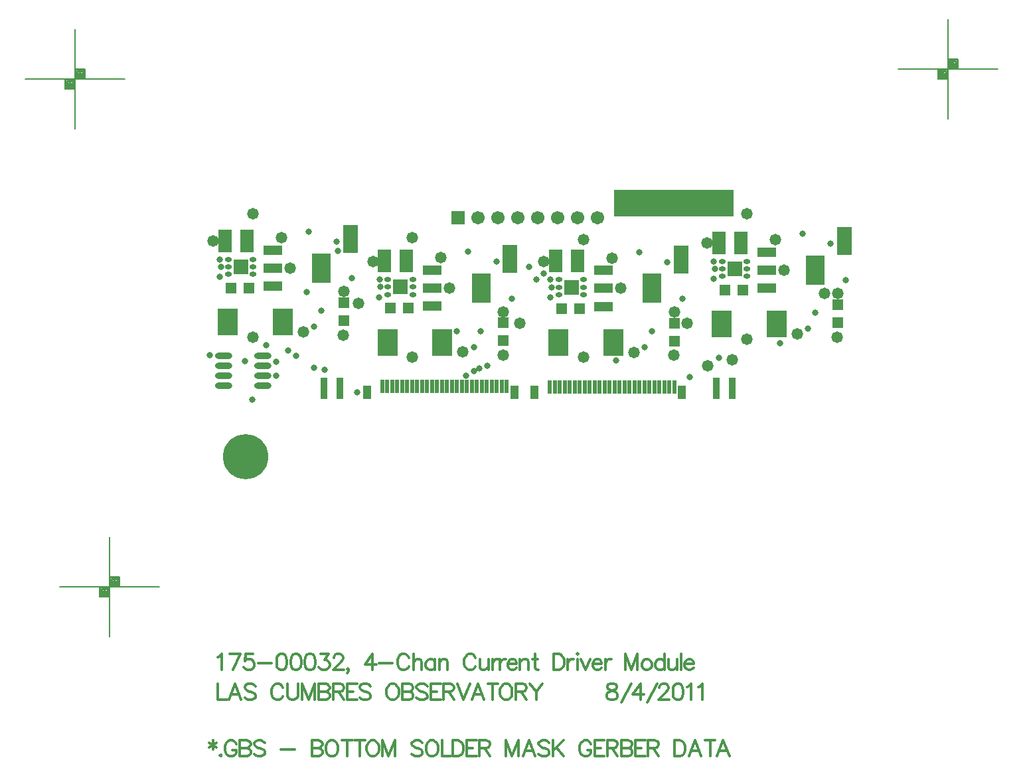
<source format=gbs>
%FSLAX23Y23*%
%MOIN*%
G70*
G01*
G75*
G04 Layer_Color=16711935*
%ADD10R,0.014X0.060*%
%ADD11R,0.030X0.100*%
%ADD12R,0.031X0.060*%
%ADD13R,0.070X0.135*%
%ADD14R,0.050X0.050*%
%ADD15R,0.036X0.036*%
%ADD16R,0.028X0.036*%
%ADD17R,0.078X0.048*%
%ADD18R,0.050X0.050*%
%ADD19R,0.213X0.114*%
%ADD20R,0.039X0.063*%
%ADD21C,0.005*%
%ADD22C,0.010*%
%ADD23C,0.020*%
%ADD24C,0.025*%
%ADD25C,0.050*%
%ADD26C,0.100*%
%ADD27C,0.012*%
%ADD28C,0.008*%
%ADD29C,0.012*%
%ADD30C,0.012*%
%ADD31C,0.020*%
%ADD32C,0.059*%
%ADD33R,0.059X0.059*%
%ADD34C,0.219*%
%ADD35C,0.028*%
%ADD36C,0.024*%
%ADD37C,0.050*%
%ADD38C,0.040*%
%ADD39C,0.075*%
%ADD40C,0.206*%
G04:AMPARAMS|DCode=41|XSize=73mil|YSize=73mil|CornerRadius=0mil|HoleSize=0mil|Usage=FLASHONLY|Rotation=0.000|XOffset=0mil|YOffset=0mil|HoleType=Round|Shape=Relief|Width=10mil|Gap=10mil|Entries=4|*
%AMTHD41*
7,0,0,0.073,0.053,0.010,45*
%
%ADD41THD41*%
G04:AMPARAMS|DCode=42|XSize=70mil|YSize=70mil|CornerRadius=0mil|HoleSize=0mil|Usage=FLASHONLY|Rotation=0.000|XOffset=0mil|YOffset=0mil|HoleType=Round|Shape=Relief|Width=10mil|Gap=10mil|Entries=4|*
%AMTHD42*
7,0,0,0.070,0.050,0.010,45*
%
%ADD42THD42*%
G04:AMPARAMS|DCode=43|XSize=88mil|YSize=88mil|CornerRadius=0mil|HoleSize=0mil|Usage=FLASHONLY|Rotation=0.000|XOffset=0mil|YOffset=0mil|HoleType=Round|Shape=Relief|Width=10mil|Gap=10mil|Entries=4|*
%AMTHD43*
7,0,0,0.088,0.068,0.010,45*
%
%ADD43THD43*%
%ADD44C,0.068*%
%ADD45C,0.053*%
%ADD46O,0.079X0.024*%
%ADD47R,0.063X0.106*%
%ADD48R,0.094X0.130*%
%ADD49R,0.085X0.043*%
%ADD50R,0.085X0.043*%
%ADD51R,0.085X0.138*%
%ADD52R,0.067X0.067*%
%ADD53O,0.028X0.018*%
%ADD54C,0.010*%
%ADD55C,0.006*%
%ADD56C,0.007*%
%ADD57C,0.007*%
%ADD58R,0.320X0.160*%
%ADD59R,0.022X0.068*%
%ADD60R,0.038X0.108*%
%ADD61R,0.039X0.068*%
%ADD62R,0.078X0.143*%
%ADD63R,0.058X0.058*%
%ADD64R,0.044X0.044*%
%ADD65R,0.036X0.044*%
%ADD66R,0.086X0.056*%
%ADD67R,0.058X0.058*%
%ADD68R,0.221X0.122*%
%ADD69R,0.047X0.071*%
%ADD70C,0.067*%
%ADD71R,0.067X0.067*%
%ADD72C,0.227*%
%ADD73C,0.036*%
%ADD74C,0.032*%
%ADD75C,0.058*%
%ADD76R,0.601X0.137*%
%ADD77O,0.087X0.032*%
%ADD78R,0.071X0.114*%
%ADD79R,0.102X0.138*%
%ADD80R,0.093X0.051*%
%ADD81R,0.093X0.051*%
%ADD82R,0.093X0.146*%
%ADD83R,0.075X0.075*%
%ADD84O,0.036X0.026*%
D27*
X31132Y16826D02*
Y16781D01*
X31113Y16815D02*
X31151Y16792D01*
Y16815D02*
X31113Y16792D01*
X31172Y16754D02*
X31168Y16750D01*
X31172Y16746D01*
X31175Y16750D01*
X31172Y16754D01*
X31250Y16807D02*
X31246Y16815D01*
X31239Y16822D01*
X31231Y16826D01*
X31216D01*
X31208Y16822D01*
X31200Y16815D01*
X31197Y16807D01*
X31193Y16796D01*
Y16777D01*
X31197Y16765D01*
X31200Y16758D01*
X31208Y16750D01*
X31216Y16746D01*
X31231D01*
X31239Y16750D01*
X31246Y16758D01*
X31250Y16765D01*
Y16777D01*
X31231D02*
X31250D01*
X31268Y16826D02*
Y16746D01*
Y16826D02*
X31303D01*
X31314Y16822D01*
X31318Y16819D01*
X31322Y16811D01*
Y16803D01*
X31318Y16796D01*
X31314Y16792D01*
X31303Y16788D01*
X31268D02*
X31303D01*
X31314Y16784D01*
X31318Y16781D01*
X31322Y16773D01*
Y16762D01*
X31318Y16754D01*
X31314Y16750D01*
X31303Y16746D01*
X31268D01*
X31393Y16815D02*
X31385Y16822D01*
X31374Y16826D01*
X31359D01*
X31347Y16822D01*
X31339Y16815D01*
Y16807D01*
X31343Y16800D01*
X31347Y16796D01*
X31355Y16792D01*
X31378Y16784D01*
X31385Y16781D01*
X31389Y16777D01*
X31393Y16769D01*
Y16758D01*
X31385Y16750D01*
X31374Y16746D01*
X31359D01*
X31347Y16750D01*
X31339Y16758D01*
X31474Y16781D02*
X31542D01*
X31629Y16826D02*
Y16746D01*
Y16826D02*
X31663D01*
X31674Y16822D01*
X31678Y16819D01*
X31682Y16811D01*
Y16803D01*
X31678Y16796D01*
X31674Y16792D01*
X31663Y16788D01*
X31629D02*
X31663D01*
X31674Y16784D01*
X31678Y16781D01*
X31682Y16773D01*
Y16762D01*
X31678Y16754D01*
X31674Y16750D01*
X31663Y16746D01*
X31629D01*
X31723Y16826D02*
X31715Y16822D01*
X31707Y16815D01*
X31704Y16807D01*
X31700Y16796D01*
Y16777D01*
X31704Y16765D01*
X31707Y16758D01*
X31715Y16750D01*
X31723Y16746D01*
X31738D01*
X31746Y16750D01*
X31753Y16758D01*
X31757Y16765D01*
X31761Y16777D01*
Y16796D01*
X31757Y16807D01*
X31753Y16815D01*
X31746Y16822D01*
X31738Y16826D01*
X31723D01*
X31806D02*
Y16746D01*
X31779Y16826D02*
X31833D01*
X31869D02*
Y16746D01*
X31842Y16826D02*
X31896D01*
X31928D02*
X31920Y16822D01*
X31913Y16815D01*
X31909Y16807D01*
X31905Y16796D01*
Y16777D01*
X31909Y16765D01*
X31913Y16758D01*
X31920Y16750D01*
X31928Y16746D01*
X31943D01*
X31951Y16750D01*
X31958Y16758D01*
X31962Y16765D01*
X31966Y16777D01*
Y16796D01*
X31962Y16807D01*
X31958Y16815D01*
X31951Y16822D01*
X31943Y16826D01*
X31928D01*
X31985D02*
Y16746D01*
Y16826D02*
X32015Y16746D01*
X32046Y16826D02*
X32015Y16746D01*
X32046Y16826D02*
Y16746D01*
X32185Y16815D02*
X32177Y16822D01*
X32166Y16826D01*
X32150D01*
X32139Y16822D01*
X32131Y16815D01*
Y16807D01*
X32135Y16800D01*
X32139Y16796D01*
X32147Y16792D01*
X32169Y16784D01*
X32177Y16781D01*
X32181Y16777D01*
X32185Y16769D01*
Y16758D01*
X32177Y16750D01*
X32166Y16746D01*
X32150D01*
X32139Y16750D01*
X32131Y16758D01*
X32225Y16826D02*
X32218Y16822D01*
X32210Y16815D01*
X32206Y16807D01*
X32203Y16796D01*
Y16777D01*
X32206Y16765D01*
X32210Y16758D01*
X32218Y16750D01*
X32225Y16746D01*
X32241D01*
X32248Y16750D01*
X32256Y16758D01*
X32260Y16765D01*
X32263Y16777D01*
Y16796D01*
X32260Y16807D01*
X32256Y16815D01*
X32248Y16822D01*
X32241Y16826D01*
X32225D01*
X32282D02*
Y16746D01*
X32328D01*
X32337Y16826D02*
Y16746D01*
Y16826D02*
X32363D01*
X32375Y16822D01*
X32382Y16815D01*
X32386Y16807D01*
X32390Y16796D01*
Y16777D01*
X32386Y16765D01*
X32382Y16758D01*
X32375Y16750D01*
X32363Y16746D01*
X32337D01*
X32457Y16826D02*
X32408D01*
Y16746D01*
X32457D01*
X32408Y16788D02*
X32438D01*
X32471Y16826D02*
Y16746D01*
Y16826D02*
X32505D01*
X32516Y16822D01*
X32520Y16819D01*
X32524Y16811D01*
Y16803D01*
X32520Y16796D01*
X32516Y16792D01*
X32505Y16788D01*
X32471D01*
X32497D02*
X32524Y16746D01*
X32605Y16826D02*
Y16746D01*
Y16826D02*
X32635Y16746D01*
X32666Y16826D02*
X32635Y16746D01*
X32666Y16826D02*
Y16746D01*
X32749D02*
X32719Y16826D01*
X32689Y16746D01*
X32700Y16773D02*
X32738D01*
X32821Y16815D02*
X32814Y16822D01*
X32802Y16826D01*
X32787D01*
X32776Y16822D01*
X32768Y16815D01*
Y16807D01*
X32772Y16800D01*
X32776Y16796D01*
X32783Y16792D01*
X32806Y16784D01*
X32814Y16781D01*
X32818Y16777D01*
X32821Y16769D01*
Y16758D01*
X32814Y16750D01*
X32802Y16746D01*
X32787D01*
X32776Y16750D01*
X32768Y16758D01*
X32839Y16826D02*
Y16746D01*
X32893Y16826D02*
X32839Y16773D01*
X32858Y16792D02*
X32893Y16746D01*
X33031Y16807D02*
X33027Y16815D01*
X33019Y16822D01*
X33012Y16826D01*
X32996D01*
X32989Y16822D01*
X32981Y16815D01*
X32977Y16807D01*
X32973Y16796D01*
Y16777D01*
X32977Y16765D01*
X32981Y16758D01*
X32989Y16750D01*
X32996Y16746D01*
X33012D01*
X33019Y16750D01*
X33027Y16758D01*
X33031Y16765D01*
Y16777D01*
X33012D02*
X33031D01*
X33098Y16826D02*
X33049D01*
Y16746D01*
X33098D01*
X33049Y16788D02*
X33079D01*
X33112Y16826D02*
Y16746D01*
Y16826D02*
X33146D01*
X33157Y16822D01*
X33161Y16819D01*
X33165Y16811D01*
Y16803D01*
X33161Y16796D01*
X33157Y16792D01*
X33146Y16788D01*
X33112D01*
X33138D02*
X33165Y16746D01*
X33183Y16826D02*
Y16746D01*
Y16826D02*
X33217D01*
X33229Y16822D01*
X33232Y16819D01*
X33236Y16811D01*
Y16803D01*
X33232Y16796D01*
X33229Y16792D01*
X33217Y16788D01*
X33183D02*
X33217D01*
X33229Y16784D01*
X33232Y16781D01*
X33236Y16773D01*
Y16762D01*
X33232Y16754D01*
X33229Y16750D01*
X33217Y16746D01*
X33183D01*
X33304Y16826D02*
X33254D01*
Y16746D01*
X33304D01*
X33254Y16788D02*
X33285D01*
X33317Y16826D02*
Y16746D01*
Y16826D02*
X33351D01*
X33363Y16822D01*
X33366Y16819D01*
X33370Y16811D01*
Y16803D01*
X33366Y16796D01*
X33363Y16792D01*
X33351Y16788D01*
X33317D01*
X33344D02*
X33370Y16746D01*
X33451Y16826D02*
Y16746D01*
Y16826D02*
X33478D01*
X33489Y16822D01*
X33497Y16815D01*
X33501Y16807D01*
X33504Y16796D01*
Y16777D01*
X33501Y16765D01*
X33497Y16758D01*
X33489Y16750D01*
X33478Y16746D01*
X33451D01*
X33583D02*
X33553Y16826D01*
X33522Y16746D01*
X33534Y16773D02*
X33572D01*
X33629Y16826D02*
Y16746D01*
X33602Y16826D02*
X33655D01*
X33726Y16746D02*
X33695Y16826D01*
X33665Y16746D01*
X33676Y16773D02*
X33714D01*
D28*
X34575Y20198D02*
X35075D01*
X34825Y19948D02*
Y20448D01*
X34875Y20198D02*
Y20248D01*
X34825D02*
X34875D01*
X34775Y20148D02*
Y20198D01*
Y20148D02*
X34825D01*
X34780Y20193D02*
X34820D01*
X34780Y20153D02*
Y20193D01*
Y20153D02*
X34820D01*
Y20193D01*
X34785Y20188D02*
X34815D01*
X34785Y20158D02*
Y20188D01*
Y20158D02*
X34815D01*
Y20183D01*
X34790D02*
X34810D01*
X34790Y20163D02*
Y20183D01*
Y20163D02*
X34810D01*
Y20178D01*
X34795D02*
X34805D01*
X34795Y20168D02*
Y20178D01*
Y20168D02*
X34805D01*
Y20178D01*
X34795Y20173D02*
X34805D01*
X34830Y20243D02*
X34870D01*
X34830Y20203D02*
Y20243D01*
Y20203D02*
X34870D01*
Y20243D01*
X34835Y20238D02*
X34865D01*
X34835Y20208D02*
Y20238D01*
Y20208D02*
X34865D01*
Y20233D01*
X34840D02*
X34860D01*
X34840Y20213D02*
Y20233D01*
Y20213D02*
X34860D01*
Y20228D01*
X34845D02*
X34855D01*
X34845Y20218D02*
Y20228D01*
Y20218D02*
X34855D01*
Y20228D01*
X34845Y20223D02*
X34855D01*
X30190Y20148D02*
X30690D01*
X30440Y19898D02*
Y20398D01*
X30490Y20148D02*
Y20198D01*
X30440D02*
X30490D01*
X30390Y20098D02*
Y20148D01*
Y20098D02*
X30440D01*
X30395Y20143D02*
X30435D01*
X30395Y20103D02*
Y20143D01*
Y20103D02*
X30435D01*
Y20143D01*
X30400Y20138D02*
X30430D01*
X30400Y20108D02*
Y20138D01*
Y20108D02*
X30430D01*
Y20133D01*
X30405D02*
X30425D01*
X30405Y20113D02*
Y20133D01*
Y20113D02*
X30425D01*
Y20128D01*
X30410D02*
X30420D01*
X30410Y20118D02*
Y20128D01*
Y20118D02*
X30420D01*
Y20128D01*
X30410Y20123D02*
X30420D01*
X30445Y20193D02*
X30485D01*
X30445Y20153D02*
Y20193D01*
Y20153D02*
X30485D01*
Y20193D01*
X30450Y20188D02*
X30480D01*
X30450Y20158D02*
Y20188D01*
Y20158D02*
X30480D01*
Y20183D01*
X30455D02*
X30475D01*
X30455Y20163D02*
Y20183D01*
Y20163D02*
X30475D01*
Y20178D01*
X30460D02*
X30470D01*
X30460Y20168D02*
Y20178D01*
Y20168D02*
X30470D01*
Y20178D01*
X30460Y20173D02*
X30470D01*
X30363Y17598D02*
X30863D01*
X30613Y17348D02*
Y17848D01*
X30663Y17598D02*
Y17648D01*
X30613D02*
X30663D01*
X30563Y17548D02*
Y17598D01*
Y17548D02*
X30613D01*
X30568Y17593D02*
X30608D01*
X30568Y17553D02*
Y17593D01*
Y17553D02*
X30608D01*
Y17593D01*
X30573Y17588D02*
X30603D01*
X30573Y17558D02*
Y17588D01*
Y17558D02*
X30603D01*
Y17583D01*
X30578D02*
X30598D01*
X30578Y17563D02*
Y17583D01*
Y17563D02*
X30598D01*
Y17578D01*
X30583D02*
X30593D01*
X30583Y17568D02*
Y17578D01*
Y17568D02*
X30593D01*
Y17578D01*
X30583Y17573D02*
X30593D01*
X30618Y17643D02*
X30658D01*
X30618Y17603D02*
Y17643D01*
Y17603D02*
X30658D01*
Y17643D01*
X30623Y17638D02*
X30653D01*
X30623Y17608D02*
Y17638D01*
Y17608D02*
X30653D01*
Y17633D01*
X30628D02*
X30648D01*
X30628Y17613D02*
Y17633D01*
Y17613D02*
X30648D01*
Y17628D01*
X30633D02*
X30643D01*
X30633Y17618D02*
Y17628D01*
Y17618D02*
X30643D01*
Y17628D01*
X30633Y17623D02*
X30643D01*
D29*
X31158Y17244D02*
X31166Y17248D01*
X31177Y17259D01*
Y17179D01*
X31270Y17259D02*
X31232Y17179D01*
X31217Y17259D02*
X31270D01*
X31334D02*
X31296D01*
X31292Y17225D01*
X31296Y17229D01*
X31307Y17233D01*
X31319D01*
X31330Y17229D01*
X31338Y17221D01*
X31341Y17210D01*
Y17202D01*
X31338Y17191D01*
X31330Y17183D01*
X31319Y17179D01*
X31307D01*
X31296Y17183D01*
X31292Y17187D01*
X31288Y17195D01*
X31359Y17214D02*
X31428D01*
X31474Y17259D02*
X31463Y17256D01*
X31455Y17244D01*
X31452Y17225D01*
Y17214D01*
X31455Y17195D01*
X31463Y17183D01*
X31474Y17179D01*
X31482D01*
X31493Y17183D01*
X31501Y17195D01*
X31505Y17214D01*
Y17225D01*
X31501Y17244D01*
X31493Y17256D01*
X31482Y17259D01*
X31474D01*
X31546D02*
X31534Y17256D01*
X31527Y17244D01*
X31523Y17225D01*
Y17214D01*
X31527Y17195D01*
X31534Y17183D01*
X31546Y17179D01*
X31553D01*
X31565Y17183D01*
X31572Y17195D01*
X31576Y17214D01*
Y17225D01*
X31572Y17244D01*
X31565Y17256D01*
X31553Y17259D01*
X31546D01*
X31617D02*
X31605Y17256D01*
X31598Y17244D01*
X31594Y17225D01*
Y17214D01*
X31598Y17195D01*
X31605Y17183D01*
X31617Y17179D01*
X31624D01*
X31636Y17183D01*
X31644Y17195D01*
X31647Y17214D01*
Y17225D01*
X31644Y17244D01*
X31636Y17256D01*
X31624Y17259D01*
X31617D01*
X31673D02*
X31715D01*
X31692Y17229D01*
X31703D01*
X31711Y17225D01*
X31715Y17221D01*
X31719Y17210D01*
Y17202D01*
X31715Y17191D01*
X31707Y17183D01*
X31696Y17179D01*
X31684D01*
X31673Y17183D01*
X31669Y17187D01*
X31665Y17195D01*
X31740Y17240D02*
Y17244D01*
X31744Y17252D01*
X31748Y17256D01*
X31755Y17259D01*
X31771D01*
X31778Y17256D01*
X31782Y17252D01*
X31786Y17244D01*
Y17237D01*
X31782Y17229D01*
X31775Y17217D01*
X31736Y17179D01*
X31790D01*
X31815Y17183D02*
X31811Y17179D01*
X31808Y17183D01*
X31811Y17187D01*
X31815Y17183D01*
Y17176D01*
X31811Y17168D01*
X31808Y17164D01*
X31934Y17259D02*
X31896Y17206D01*
X31953D01*
X31934Y17259D02*
Y17179D01*
X31967Y17214D02*
X32035D01*
X32116Y17240D02*
X32112Y17248D01*
X32105Y17256D01*
X32097Y17259D01*
X32082D01*
X32074Y17256D01*
X32067Y17248D01*
X32063Y17240D01*
X32059Y17229D01*
Y17210D01*
X32063Y17198D01*
X32067Y17191D01*
X32074Y17183D01*
X32082Y17179D01*
X32097D01*
X32105Y17183D01*
X32112Y17191D01*
X32116Y17198D01*
X32139Y17259D02*
Y17179D01*
Y17217D02*
X32150Y17229D01*
X32158Y17233D01*
X32169D01*
X32177Y17229D01*
X32181Y17217D01*
Y17179D01*
X32247Y17233D02*
Y17179D01*
Y17221D02*
X32240Y17229D01*
X32232Y17233D01*
X32221D01*
X32213Y17229D01*
X32205Y17221D01*
X32201Y17210D01*
Y17202D01*
X32205Y17191D01*
X32213Y17183D01*
X32221Y17179D01*
X32232D01*
X32240Y17183D01*
X32247Y17191D01*
X32269Y17233D02*
Y17179D01*
Y17217D02*
X32280Y17229D01*
X32288Y17233D01*
X32299D01*
X32307Y17229D01*
X32310Y17217D01*
Y17179D01*
X32451Y17240D02*
X32448Y17248D01*
X32440Y17256D01*
X32432Y17259D01*
X32417D01*
X32409Y17256D01*
X32402Y17248D01*
X32398Y17240D01*
X32394Y17229D01*
Y17210D01*
X32398Y17198D01*
X32402Y17191D01*
X32409Y17183D01*
X32417Y17179D01*
X32432D01*
X32440Y17183D01*
X32448Y17191D01*
X32451Y17198D01*
X32474Y17233D02*
Y17195D01*
X32478Y17183D01*
X32485Y17179D01*
X32497D01*
X32504Y17183D01*
X32516Y17195D01*
Y17233D02*
Y17179D01*
X32537Y17233D02*
Y17179D01*
Y17210D02*
X32540Y17221D01*
X32548Y17229D01*
X32556Y17233D01*
X32567D01*
X32574D02*
Y17179D01*
Y17210D02*
X32578Y17221D01*
X32586Y17229D01*
X32593Y17233D01*
X32605D01*
X32612Y17210D02*
X32658D01*
Y17217D01*
X32654Y17225D01*
X32650Y17229D01*
X32643Y17233D01*
X32631D01*
X32624Y17229D01*
X32616Y17221D01*
X32612Y17210D01*
Y17202D01*
X32616Y17191D01*
X32624Y17183D01*
X32631Y17179D01*
X32643D01*
X32650Y17183D01*
X32658Y17191D01*
X32675Y17233D02*
Y17179D01*
Y17217D02*
X32686Y17229D01*
X32694Y17233D01*
X32705D01*
X32713Y17229D01*
X32717Y17217D01*
Y17179D01*
X32749Y17259D02*
Y17195D01*
X32753Y17183D01*
X32761Y17179D01*
X32768D01*
X32738Y17233D02*
X32764D01*
X32843Y17259D02*
Y17179D01*
Y17259D02*
X32869D01*
X32881Y17256D01*
X32888Y17248D01*
X32892Y17240D01*
X32896Y17229D01*
Y17210D01*
X32892Y17198D01*
X32888Y17191D01*
X32881Y17183D01*
X32869Y17179D01*
X32843D01*
X32914Y17233D02*
Y17179D01*
Y17210D02*
X32918Y17221D01*
X32925Y17229D01*
X32933Y17233D01*
X32944D01*
X32959Y17259D02*
X32963Y17256D01*
X32967Y17259D01*
X32963Y17263D01*
X32959Y17259D01*
X32963Y17233D02*
Y17179D01*
X32981Y17233D02*
X33004Y17179D01*
X33026Y17233D02*
X33004Y17179D01*
X33039Y17210D02*
X33085D01*
Y17217D01*
X33081Y17225D01*
X33077Y17229D01*
X33070Y17233D01*
X33058D01*
X33051Y17229D01*
X33043Y17221D01*
X33039Y17210D01*
Y17202D01*
X33043Y17191D01*
X33051Y17183D01*
X33058Y17179D01*
X33070D01*
X33077Y17183D01*
X33085Y17191D01*
X33102Y17233D02*
Y17179D01*
Y17210D02*
X33106Y17221D01*
X33114Y17229D01*
X33121Y17233D01*
X33133D01*
X33203Y17259D02*
Y17179D01*
Y17259D02*
X33233Y17179D01*
X33264Y17259D02*
X33233Y17179D01*
X33264Y17259D02*
Y17179D01*
X33306Y17233D02*
X33298Y17229D01*
X33290Y17221D01*
X33287Y17210D01*
Y17202D01*
X33290Y17191D01*
X33298Y17183D01*
X33306Y17179D01*
X33317D01*
X33325Y17183D01*
X33332Y17191D01*
X33336Y17202D01*
Y17210D01*
X33332Y17221D01*
X33325Y17229D01*
X33317Y17233D01*
X33306D01*
X33399Y17259D02*
Y17179D01*
Y17221D02*
X33392Y17229D01*
X33384Y17233D01*
X33373D01*
X33365Y17229D01*
X33357Y17221D01*
X33354Y17210D01*
Y17202D01*
X33357Y17191D01*
X33365Y17183D01*
X33373Y17179D01*
X33384D01*
X33392Y17183D01*
X33399Y17191D01*
X33421Y17233D02*
Y17195D01*
X33424Y17183D01*
X33432Y17179D01*
X33444D01*
X33451Y17183D01*
X33463Y17195D01*
Y17233D02*
Y17179D01*
X33484Y17259D02*
Y17179D01*
X33500Y17210D02*
X33546D01*
Y17217D01*
X33542Y17225D01*
X33538Y17229D01*
X33531Y17233D01*
X33519D01*
X33512Y17229D01*
X33504Y17221D01*
X33500Y17210D01*
Y17202D01*
X33504Y17191D01*
X33512Y17183D01*
X33519Y17179D01*
X33531D01*
X33538Y17183D01*
X33546Y17191D01*
D30*
X31158Y17109D02*
Y17029D01*
X31204D01*
X31274D02*
X31243Y17109D01*
X31213Y17029D01*
X31224Y17056D02*
X31262D01*
X31346Y17098D02*
X31338Y17106D01*
X31327Y17109D01*
X31311D01*
X31300Y17106D01*
X31292Y17098D01*
Y17090D01*
X31296Y17083D01*
X31300Y17079D01*
X31308Y17075D01*
X31330Y17067D01*
X31338Y17064D01*
X31342Y17060D01*
X31346Y17052D01*
Y17041D01*
X31338Y17033D01*
X31327Y17029D01*
X31311D01*
X31300Y17033D01*
X31292Y17041D01*
X31484Y17090D02*
X31480Y17098D01*
X31472Y17106D01*
X31465Y17109D01*
X31449D01*
X31442Y17106D01*
X31434Y17098D01*
X31430Y17090D01*
X31426Y17079D01*
Y17060D01*
X31430Y17048D01*
X31434Y17041D01*
X31442Y17033D01*
X31449Y17029D01*
X31465D01*
X31472Y17033D01*
X31480Y17041D01*
X31484Y17048D01*
X31506Y17109D02*
Y17052D01*
X31510Y17041D01*
X31517Y17033D01*
X31529Y17029D01*
X31536D01*
X31548Y17033D01*
X31556Y17041D01*
X31559Y17052D01*
Y17109D01*
X31581D02*
Y17029D01*
Y17109D02*
X31612Y17029D01*
X31642Y17109D02*
X31612Y17029D01*
X31642Y17109D02*
Y17029D01*
X31665Y17109D02*
Y17029D01*
Y17109D02*
X31700D01*
X31711Y17106D01*
X31715Y17102D01*
X31719Y17094D01*
Y17086D01*
X31715Y17079D01*
X31711Y17075D01*
X31700Y17071D01*
X31665D02*
X31700D01*
X31711Y17067D01*
X31715Y17064D01*
X31719Y17056D01*
Y17045D01*
X31715Y17037D01*
X31711Y17033D01*
X31700Y17029D01*
X31665D01*
X31736Y17109D02*
Y17029D01*
Y17109D02*
X31771D01*
X31782Y17106D01*
X31786Y17102D01*
X31790Y17094D01*
Y17086D01*
X31786Y17079D01*
X31782Y17075D01*
X31771Y17071D01*
X31736D01*
X31763D02*
X31790Y17029D01*
X31857Y17109D02*
X31808D01*
Y17029D01*
X31857D01*
X31808Y17071D02*
X31838D01*
X31924Y17098D02*
X31916Y17106D01*
X31905Y17109D01*
X31890D01*
X31878Y17106D01*
X31871Y17098D01*
Y17090D01*
X31874Y17083D01*
X31878Y17079D01*
X31886Y17075D01*
X31909Y17067D01*
X31916Y17064D01*
X31920Y17060D01*
X31924Y17052D01*
Y17041D01*
X31916Y17033D01*
X31905Y17029D01*
X31890D01*
X31878Y17033D01*
X31871Y17041D01*
X32027Y17109D02*
X32020Y17106D01*
X32012Y17098D01*
X32008Y17090D01*
X32005Y17079D01*
Y17060D01*
X32008Y17048D01*
X32012Y17041D01*
X32020Y17033D01*
X32027Y17029D01*
X32043D01*
X32050Y17033D01*
X32058Y17041D01*
X32062Y17048D01*
X32066Y17060D01*
Y17079D01*
X32062Y17090D01*
X32058Y17098D01*
X32050Y17106D01*
X32043Y17109D01*
X32027D01*
X32084D02*
Y17029D01*
Y17109D02*
X32118D01*
X32130Y17106D01*
X32134Y17102D01*
X32138Y17094D01*
Y17086D01*
X32134Y17079D01*
X32130Y17075D01*
X32118Y17071D01*
X32084D02*
X32118D01*
X32130Y17067D01*
X32134Y17064D01*
X32138Y17056D01*
Y17045D01*
X32134Y17037D01*
X32130Y17033D01*
X32118Y17029D01*
X32084D01*
X32209Y17098D02*
X32201Y17106D01*
X32190Y17109D01*
X32174D01*
X32163Y17106D01*
X32155Y17098D01*
Y17090D01*
X32159Y17083D01*
X32163Y17079D01*
X32171Y17075D01*
X32193Y17067D01*
X32201Y17064D01*
X32205Y17060D01*
X32209Y17052D01*
Y17041D01*
X32201Y17033D01*
X32190Y17029D01*
X32174D01*
X32163Y17033D01*
X32155Y17041D01*
X32276Y17109D02*
X32227D01*
Y17029D01*
X32276D01*
X32227Y17071D02*
X32257D01*
X32289Y17109D02*
Y17029D01*
Y17109D02*
X32324D01*
X32335Y17106D01*
X32339Y17102D01*
X32343Y17094D01*
Y17086D01*
X32339Y17079D01*
X32335Y17075D01*
X32324Y17071D01*
X32289D01*
X32316D02*
X32343Y17029D01*
X32361Y17109D02*
X32391Y17029D01*
X32422Y17109D02*
X32391Y17029D01*
X32493D02*
X32462Y17109D01*
X32432Y17029D01*
X32443Y17056D02*
X32481D01*
X32538Y17109D02*
Y17029D01*
X32512Y17109D02*
X32565D01*
X32597D02*
X32590Y17106D01*
X32582Y17098D01*
X32578Y17090D01*
X32574Y17079D01*
Y17060D01*
X32578Y17048D01*
X32582Y17041D01*
X32590Y17033D01*
X32597Y17029D01*
X32612D01*
X32620Y17033D01*
X32628Y17041D01*
X32632Y17048D01*
X32635Y17060D01*
Y17079D01*
X32632Y17090D01*
X32628Y17098D01*
X32620Y17106D01*
X32612Y17109D01*
X32597D01*
X32654D02*
Y17029D01*
Y17109D02*
X32688D01*
X32700Y17106D01*
X32703Y17102D01*
X32707Y17094D01*
Y17086D01*
X32703Y17079D01*
X32700Y17075D01*
X32688Y17071D01*
X32654D01*
X32681D02*
X32707Y17029D01*
X32725Y17109D02*
X32756Y17071D01*
Y17029D01*
X32786Y17109D02*
X32756Y17071D01*
X33130Y17109D02*
X33118Y17106D01*
X33114Y17098D01*
Y17090D01*
X33118Y17083D01*
X33126Y17079D01*
X33141Y17075D01*
X33153Y17071D01*
X33160Y17064D01*
X33164Y17056D01*
Y17045D01*
X33160Y17037D01*
X33156Y17033D01*
X33145Y17029D01*
X33130D01*
X33118Y17033D01*
X33114Y17037D01*
X33111Y17045D01*
Y17056D01*
X33114Y17064D01*
X33122Y17071D01*
X33133Y17075D01*
X33149Y17079D01*
X33156Y17083D01*
X33160Y17090D01*
Y17098D01*
X33156Y17106D01*
X33145Y17109D01*
X33130D01*
X33182Y17018D02*
X33235Y17109D01*
X33279D02*
X33241Y17056D01*
X33298D01*
X33279Y17109D02*
Y17029D01*
X33312Y17018D02*
X33365Y17109D01*
X33374Y17090D02*
Y17094D01*
X33378Y17102D01*
X33382Y17106D01*
X33389Y17109D01*
X33405D01*
X33412Y17106D01*
X33416Y17102D01*
X33420Y17094D01*
Y17086D01*
X33416Y17079D01*
X33408Y17067D01*
X33370Y17029D01*
X33424D01*
X33464Y17109D02*
X33453Y17106D01*
X33445Y17094D01*
X33442Y17075D01*
Y17064D01*
X33445Y17045D01*
X33453Y17033D01*
X33464Y17029D01*
X33472D01*
X33484Y17033D01*
X33491Y17045D01*
X33495Y17064D01*
Y17075D01*
X33491Y17094D01*
X33484Y17106D01*
X33472Y17109D01*
X33464D01*
X33513Y17094D02*
X33520Y17098D01*
X33532Y17109D01*
Y17029D01*
X33571Y17094D02*
X33579Y17098D01*
X33591Y17109D01*
Y17029D01*
D35*
X31655Y19158D02*
D03*
Y19198D02*
D03*
Y19237D02*
D03*
X31694D02*
D03*
Y19198D02*
D03*
Y19158D02*
D03*
X32456Y19057D02*
D03*
Y19097D02*
D03*
Y19136D02*
D03*
X32495D02*
D03*
Y19097D02*
D03*
Y19057D02*
D03*
X33315Y19056D02*
D03*
Y19096D02*
D03*
Y19135D02*
D03*
X33354D02*
D03*
Y19096D02*
D03*
Y19056D02*
D03*
X34135Y19148D02*
D03*
Y19188D02*
D03*
Y19227D02*
D03*
X34174D02*
D03*
Y19188D02*
D03*
Y19148D02*
D03*
D59*
X33449Y18602D02*
D03*
X33424D02*
D03*
X33399D02*
D03*
X33374D02*
D03*
X33349D02*
D03*
X33324D02*
D03*
X33299D02*
D03*
X33274D02*
D03*
X33249D02*
D03*
X33224D02*
D03*
X33199D02*
D03*
X33174D02*
D03*
X33149D02*
D03*
X33124D02*
D03*
X33099D02*
D03*
X33074D02*
D03*
X33049D02*
D03*
X33024D02*
D03*
X32999D02*
D03*
X32974D02*
D03*
X32949D02*
D03*
X32924D02*
D03*
X32899D02*
D03*
X32874D02*
D03*
X32849D02*
D03*
X32824D02*
D03*
X32608Y18603D02*
D03*
X32583D02*
D03*
X32558D02*
D03*
X32533D02*
D03*
X32508D02*
D03*
X32483D02*
D03*
X32458D02*
D03*
X32433D02*
D03*
X32408D02*
D03*
X32383D02*
D03*
X32358D02*
D03*
X32333D02*
D03*
X32308D02*
D03*
X32283D02*
D03*
X32258D02*
D03*
X32233D02*
D03*
X32208D02*
D03*
X32183D02*
D03*
X32158D02*
D03*
X32133D02*
D03*
X32108D02*
D03*
X32083D02*
D03*
X32058D02*
D03*
X32033D02*
D03*
X32008D02*
D03*
X31983D02*
D03*
D60*
X31691Y18593D02*
D03*
X31770D02*
D03*
X33661Y18593D02*
D03*
X33740D02*
D03*
D61*
X33486Y18575D02*
D03*
X32746D02*
D03*
X31906D02*
D03*
X32646D02*
D03*
D62*
X34302Y19334D02*
D03*
X33482Y19242D02*
D03*
X32623Y19243D02*
D03*
X31822Y19344D02*
D03*
D63*
X31312Y19097D02*
D03*
X31222D02*
D03*
X32113Y18996D02*
D03*
X32023D02*
D03*
X32972Y18995D02*
D03*
X32882D02*
D03*
X33792Y19087D02*
D03*
X33702D02*
D03*
D67*
X31789Y18934D02*
D03*
Y19024D02*
D03*
X32590Y18833D02*
D03*
Y18923D02*
D03*
X33449Y18832D02*
D03*
Y18922D02*
D03*
X34269Y18924D02*
D03*
Y19014D02*
D03*
D70*
X33062Y19451D02*
D03*
X32962D02*
D03*
X32862D02*
D03*
X32762D02*
D03*
X32662D02*
D03*
X32562D02*
D03*
X32462D02*
D03*
D71*
X32362D02*
D03*
D72*
X31298Y18250D02*
D03*
D73*
X31272Y19204D02*
D03*
X32073Y19103D02*
D03*
X32932Y19102D02*
D03*
X33752Y19194D02*
D03*
D74*
X31858Y18575D02*
D03*
X32509Y18707D02*
D03*
X31451Y18728D02*
D03*
X31639Y18698D02*
D03*
X31510Y18784D02*
D03*
X31550Y18757D02*
D03*
X31449Y18657D02*
D03*
X32404Y18656D02*
D03*
X32442Y18680D02*
D03*
X32470Y18695D02*
D03*
X33675Y18746D02*
D03*
X32721Y19203D02*
D03*
X32792Y19172D02*
D03*
X32832Y19102D02*
D03*
X32757Y19139D02*
D03*
X32357Y18881D02*
D03*
X32442Y18802D02*
D03*
X31293Y18732D02*
D03*
X31118Y18760D02*
D03*
X31400Y18811D02*
D03*
X31329Y18538D02*
D03*
X31693Y18686D02*
D03*
X33526Y18650D02*
D03*
X33981Y18821D02*
D03*
X33158Y18734D02*
D03*
X31761Y19284D02*
D03*
X31603Y19076D02*
D03*
X31677Y18983D02*
D03*
X31168Y19242D02*
D03*
X31166Y19153D02*
D03*
X31641Y18903D02*
D03*
X31831Y19146D02*
D03*
X31612Y19380D02*
D03*
X31755Y19330D02*
D03*
X31172Y19204D02*
D03*
X31969Y19141D02*
D03*
X32478Y18882D02*
D03*
X31973Y19103D02*
D03*
X31967Y19052D02*
D03*
X32413Y19279D02*
D03*
X32556Y19229D02*
D03*
X32632Y19045D02*
D03*
X32828Y19140D02*
D03*
X33337Y18881D02*
D03*
X32826Y19051D02*
D03*
X33272Y19278D02*
D03*
X33415Y19228D02*
D03*
X33491Y19044D02*
D03*
X33301Y18801D02*
D03*
X33648Y19232D02*
D03*
X34157Y18973D02*
D03*
X33652Y19194D02*
D03*
X33646Y19143D02*
D03*
X34092Y19370D02*
D03*
X34235Y19320D02*
D03*
X34311Y19136D02*
D03*
X34121Y18893D02*
D03*
D75*
X33618Y18706D02*
D03*
X32387Y18776D02*
D03*
X31332Y18851D02*
D03*
X33740Y18737D02*
D03*
X31135Y19333D02*
D03*
X31477Y19350D02*
D03*
X31586Y18877D02*
D03*
X31520Y19198D02*
D03*
X31788Y18862D02*
D03*
X31789Y19079D02*
D03*
X32589Y18761D02*
D03*
X32590Y18978D02*
D03*
X32321Y19097D02*
D03*
X32278Y19249D02*
D03*
X32133Y18750D02*
D03*
X31936Y19232D02*
D03*
X33448Y18760D02*
D03*
X33449Y18977D02*
D03*
X33180Y19096D02*
D03*
X33137Y19248D02*
D03*
X32992Y18749D02*
D03*
X33246Y18775D02*
D03*
X32795Y19231D02*
D03*
X34268Y18852D02*
D03*
X34269Y19069D02*
D03*
X34000Y19188D02*
D03*
X33957Y19340D02*
D03*
X33812Y18841D02*
D03*
X34066Y18867D02*
D03*
X33615Y19323D02*
D03*
X31332Y19471D02*
D03*
X32132Y19351D02*
D03*
X32992Y19341D02*
D03*
X33812Y19471D02*
D03*
X31862Y19021D02*
D03*
X32672Y18921D02*
D03*
X33512D02*
D03*
X34202Y19071D02*
D03*
D76*
X33448Y19524D02*
D03*
D77*
X31384Y18758D02*
D03*
Y18708D02*
D03*
Y18658D02*
D03*
Y18608D02*
D03*
X31187Y18758D02*
D03*
Y18708D02*
D03*
Y18658D02*
D03*
Y18608D02*
D03*
D78*
X31304Y19335D02*
D03*
X31194D02*
D03*
X32105Y19234D02*
D03*
X31995D02*
D03*
X32964Y19233D02*
D03*
X32854D02*
D03*
X33784Y19325D02*
D03*
X33674D02*
D03*
D79*
X31482Y18926D02*
D03*
X31208D02*
D03*
X32283Y18825D02*
D03*
X32009D02*
D03*
X33142Y18824D02*
D03*
X32868D02*
D03*
X33962Y18916D02*
D03*
X33688D02*
D03*
D80*
X31434Y19107D02*
D03*
Y19288D02*
D03*
X32235Y19006D02*
D03*
Y19187D02*
D03*
X33094Y19005D02*
D03*
Y19186D02*
D03*
X33914Y19097D02*
D03*
Y19278D02*
D03*
D81*
X31434Y19198D02*
D03*
X32235Y19097D02*
D03*
X33094Y19096D02*
D03*
X33914Y19188D02*
D03*
D82*
X31678Y19198D02*
D03*
X32479Y19097D02*
D03*
X33338Y19096D02*
D03*
X34158Y19188D02*
D03*
D83*
X31272Y19204D02*
D03*
X32073Y19103D02*
D03*
X32932Y19102D02*
D03*
X33752Y19194D02*
D03*
D84*
X31335Y19166D02*
D03*
Y19204D02*
D03*
Y19241D02*
D03*
X31209D02*
D03*
Y19204D02*
D03*
Y19166D02*
D03*
X32136Y19065D02*
D03*
Y19103D02*
D03*
Y19140D02*
D03*
X32010D02*
D03*
Y19103D02*
D03*
Y19065D02*
D03*
X32995Y19064D02*
D03*
Y19102D02*
D03*
Y19139D02*
D03*
X32869D02*
D03*
Y19102D02*
D03*
Y19064D02*
D03*
X33815Y19156D02*
D03*
Y19194D02*
D03*
Y19231D02*
D03*
X33689D02*
D03*
Y19194D02*
D03*
Y19156D02*
D03*
M02*

</source>
